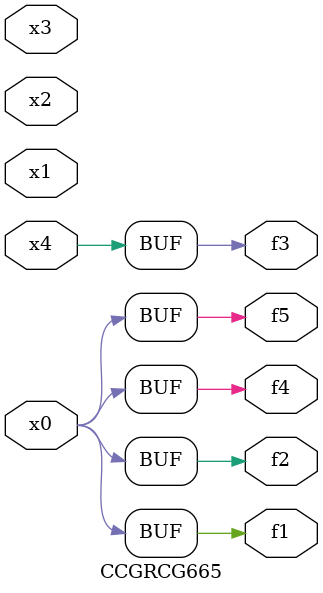
<source format=v>
module CCGRCG665(
	input x0, x1, x2, x3, x4,
	output f1, f2, f3, f4, f5
);
	assign f1 = x0;
	assign f2 = x0;
	assign f3 = x4;
	assign f4 = x0;
	assign f5 = x0;
endmodule

</source>
